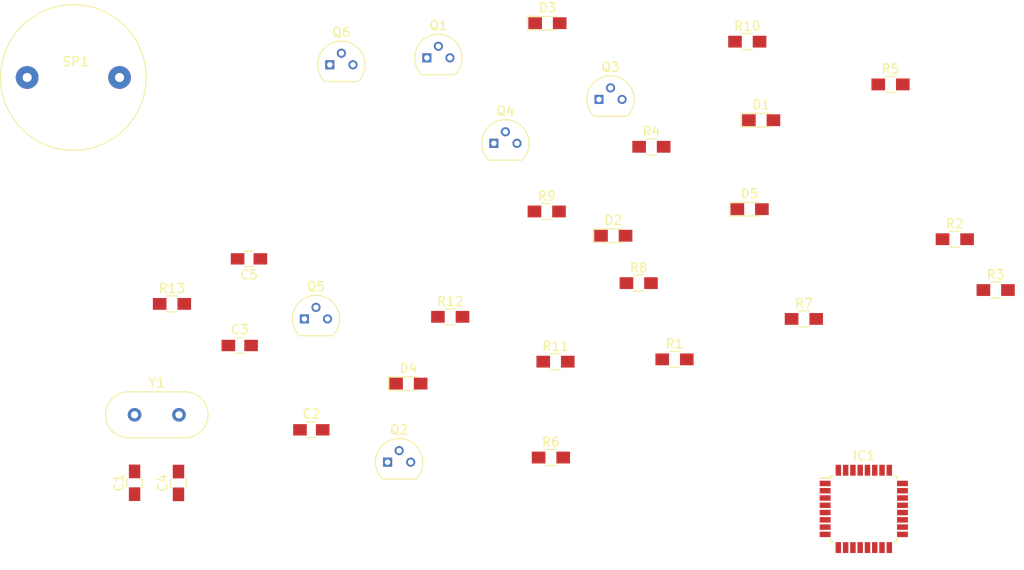
<source format=kicad_pcb>
(kicad_pcb (version 20171130) (host pcbnew "(5.1.0-3-gb9944e2c0)")

  (general
    (thickness 1.6)
    (drawings 0)
    (tracks 0)
    (zones 0)
    (modules 32)
    (nets 24)
  )

  (page A4)
  (layers
    (0 F.Cu signal)
    (31 B.Cu signal)
    (32 B.Adhes user)
    (33 F.Adhes user)
    (34 B.Paste user)
    (35 F.Paste user)
    (36 B.SilkS user)
    (37 F.SilkS user)
    (38 B.Mask user)
    (39 F.Mask user)
    (40 Dwgs.User user)
    (41 Cmts.User user)
    (42 Eco1.User user)
    (43 Eco2.User user)
    (44 Edge.Cuts user)
    (45 Margin user)
    (46 B.CrtYd user)
    (47 F.CrtYd user)
    (48 B.Fab user)
    (49 F.Fab user)
  )

  (setup
    (last_trace_width 0.25)
    (trace_clearance 0.2)
    (zone_clearance 0.508)
    (zone_45_only no)
    (trace_min 0.2)
    (via_size 0.8)
    (via_drill 0.4)
    (via_min_size 0.4)
    (via_min_drill 0.3)
    (uvia_size 0.3)
    (uvia_drill 0.1)
    (uvias_allowed no)
    (uvia_min_size 0.2)
    (uvia_min_drill 0.1)
    (edge_width 0.05)
    (segment_width 0.2)
    (pcb_text_width 0.3)
    (pcb_text_size 1.5 1.5)
    (mod_edge_width 0.12)
    (mod_text_size 1 1)
    (mod_text_width 0.15)
    (pad_size 1.524 1.524)
    (pad_drill 0.762)
    (pad_to_mask_clearance 0.051)
    (solder_mask_min_width 0.25)
    (aux_axis_origin 0 0)
    (visible_elements FFFFFF7F)
    (pcbplotparams
      (layerselection 0x010fc_ffffffff)
      (usegerberextensions false)
      (usegerberattributes false)
      (usegerberadvancedattributes false)
      (creategerberjobfile false)
      (excludeedgelayer true)
      (linewidth 0.100000)
      (plotframeref false)
      (viasonmask false)
      (mode 1)
      (useauxorigin false)
      (hpglpennumber 1)
      (hpglpenspeed 20)
      (hpglpendiameter 15.000000)
      (psnegative false)
      (psa4output false)
      (plotreference true)
      (plotvalue true)
      (plotinvisibletext false)
      (padsonsilk false)
      (subtractmaskfromsilk false)
      (outputformat 1)
      (mirror false)
      (drillshape 1)
      (scaleselection 1)
      (outputdirectory ""))
  )

  (net 0 "")
  (net 1 "Net-(C1-Pad2)")
  (net 2 GND)
  (net 3 +5V)
  (net 4 "Net-(C4-Pad2)")
  (net 5 /Arduino/avr_reset)
  (net 6 "Net-(D1-Pad2)")
  (net 7 "Net-(D1-Pad1)")
  (net 8 "Net-(D2-Pad1)")
  (net 9 "Net-(D2-Pad2)")
  (net 10 "Net-(D3-Pad2)")
  (net 11 "Net-(D3-Pad1)")
  (net 12 "Net-(D4-Pad1)")
  (net 13 "Net-(D4-Pad2)")
  (net 14 "Net-(D5-Pad2)")
  (net 15 "Net-(D5-Pad1)")
  (net 16 "Net-(Q1-Pad2)")
  (net 17 "Net-(Q2-Pad2)")
  (net 18 "Net-(Q3-Pad2)")
  (net 19 "Net-(Q4-Pad2)")
  (net 20 "Net-(Q5-Pad2)")
  (net 21 "Net-(Q6-Pad1)")
  (net 22 "Net-(Q6-Pad2)")
  (net 23 "Net-(R11-Pad2)")

  (net_class Default "This is the default net class."
    (clearance 0.2)
    (trace_width 0.25)
    (via_dia 0.8)
    (via_drill 0.4)
    (uvia_dia 0.3)
    (uvia_drill 0.1)
    (add_net +5V)
    (add_net /Arduino/avr_reset)
    (add_net GND)
    (add_net "Net-(C1-Pad2)")
    (add_net "Net-(C4-Pad2)")
    (add_net "Net-(D1-Pad1)")
    (add_net "Net-(D1-Pad2)")
    (add_net "Net-(D2-Pad1)")
    (add_net "Net-(D2-Pad2)")
    (add_net "Net-(D3-Pad1)")
    (add_net "Net-(D3-Pad2)")
    (add_net "Net-(D4-Pad1)")
    (add_net "Net-(D4-Pad2)")
    (add_net "Net-(D5-Pad1)")
    (add_net "Net-(D5-Pad2)")
    (add_net "Net-(Q1-Pad2)")
    (add_net "Net-(Q2-Pad2)")
    (add_net "Net-(Q3-Pad2)")
    (add_net "Net-(Q4-Pad2)")
    (add_net "Net-(Q5-Pad2)")
    (add_net "Net-(Q6-Pad1)")
    (add_net "Net-(Q6-Pad2)")
    (add_net "Net-(R11-Pad2)")
  )

  (module Capacitors_SMD:C_0805_HandSoldering (layer F.Cu) (tedit 58AA84A8) (tstamp 5C8980CB)
    (at 83.312 109.072999 90)
    (descr "Capacitor SMD 0805, hand soldering")
    (tags "capacitor 0805")
    (path /5C844A15/5C846C24)
    (attr smd)
    (fp_text reference C1 (at 0 -1.75 90) (layer F.SilkS)
      (effects (font (size 1 1) (thickness 0.15)))
    )
    (fp_text value 22pF (at 0 1.75 90) (layer F.Fab)
      (effects (font (size 1 1) (thickness 0.15)))
    )
    (fp_line (start 2.25 0.87) (end -2.25 0.87) (layer F.CrtYd) (width 0.05))
    (fp_line (start 2.25 0.87) (end 2.25 -0.88) (layer F.CrtYd) (width 0.05))
    (fp_line (start -2.25 -0.88) (end -2.25 0.87) (layer F.CrtYd) (width 0.05))
    (fp_line (start -2.25 -0.88) (end 2.25 -0.88) (layer F.CrtYd) (width 0.05))
    (fp_line (start -0.5 0.85) (end 0.5 0.85) (layer F.SilkS) (width 0.12))
    (fp_line (start 0.5 -0.85) (end -0.5 -0.85) (layer F.SilkS) (width 0.12))
    (fp_line (start -1 -0.62) (end 1 -0.62) (layer F.Fab) (width 0.1))
    (fp_line (start 1 -0.62) (end 1 0.62) (layer F.Fab) (width 0.1))
    (fp_line (start 1 0.62) (end -1 0.62) (layer F.Fab) (width 0.1))
    (fp_line (start -1 0.62) (end -1 -0.62) (layer F.Fab) (width 0.1))
    (fp_text user %R (at 0 -1.75 90) (layer F.Fab)
      (effects (font (size 1 1) (thickness 0.15)))
    )
    (pad 2 smd rect (at 1.25 0 90) (size 1.5 1.25) (layers F.Cu F.Paste F.Mask)
      (net 1 "Net-(C1-Pad2)"))
    (pad 1 smd rect (at -1.25 0 90) (size 1.5 1.25) (layers F.Cu F.Paste F.Mask)
      (net 2 GND))
    (model Capacitors_SMD.3dshapes/C_0805.wrl
      (at (xyz 0 0 0))
      (scale (xyz 1 1 1))
      (rotate (xyz 0 0 0))
    )
  )

  (module Capacitors_SMD:C_0805_HandSoldering (layer F.Cu) (tedit 58AA84A8) (tstamp 5C8980DC)
    (at 102.743 103.251)
    (descr "Capacitor SMD 0805, hand soldering")
    (tags "capacitor 0805")
    (path /5C844A15/5C846C9B)
    (attr smd)
    (fp_text reference C2 (at 0 -1.75) (layer F.SilkS)
      (effects (font (size 1 1) (thickness 0.15)))
    )
    (fp_text value 100nF (at 0 1.75) (layer F.Fab)
      (effects (font (size 1 1) (thickness 0.15)))
    )
    (fp_text user %R (at 0 -1.75) (layer F.Fab)
      (effects (font (size 1 1) (thickness 0.15)))
    )
    (fp_line (start -1 0.62) (end -1 -0.62) (layer F.Fab) (width 0.1))
    (fp_line (start 1 0.62) (end -1 0.62) (layer F.Fab) (width 0.1))
    (fp_line (start 1 -0.62) (end 1 0.62) (layer F.Fab) (width 0.1))
    (fp_line (start -1 -0.62) (end 1 -0.62) (layer F.Fab) (width 0.1))
    (fp_line (start 0.5 -0.85) (end -0.5 -0.85) (layer F.SilkS) (width 0.12))
    (fp_line (start -0.5 0.85) (end 0.5 0.85) (layer F.SilkS) (width 0.12))
    (fp_line (start -2.25 -0.88) (end 2.25 -0.88) (layer F.CrtYd) (width 0.05))
    (fp_line (start -2.25 -0.88) (end -2.25 0.87) (layer F.CrtYd) (width 0.05))
    (fp_line (start 2.25 0.87) (end 2.25 -0.88) (layer F.CrtYd) (width 0.05))
    (fp_line (start 2.25 0.87) (end -2.25 0.87) (layer F.CrtYd) (width 0.05))
    (pad 1 smd rect (at -1.25 0) (size 1.5 1.25) (layers F.Cu F.Paste F.Mask)
      (net 2 GND))
    (pad 2 smd rect (at 1.25 0) (size 1.5 1.25) (layers F.Cu F.Paste F.Mask)
      (net 3 +5V))
    (model Capacitors_SMD.3dshapes/C_0805.wrl
      (at (xyz 0 0 0))
      (scale (xyz 1 1 1))
      (rotate (xyz 0 0 0))
    )
  )

  (module Capacitors_SMD:C_0805_HandSoldering (layer F.Cu) (tedit 58AA84A8) (tstamp 5C8980ED)
    (at 94.869 93.98)
    (descr "Capacitor SMD 0805, hand soldering")
    (tags "capacitor 0805")
    (path /5C844A15/5C846CB0)
    (attr smd)
    (fp_text reference C3 (at 0 -1.75) (layer F.SilkS)
      (effects (font (size 1 1) (thickness 0.15)))
    )
    (fp_text value 100nF (at 0 1.75) (layer F.Fab)
      (effects (font (size 1 1) (thickness 0.15)))
    )
    (fp_line (start 2.25 0.87) (end -2.25 0.87) (layer F.CrtYd) (width 0.05))
    (fp_line (start 2.25 0.87) (end 2.25 -0.88) (layer F.CrtYd) (width 0.05))
    (fp_line (start -2.25 -0.88) (end -2.25 0.87) (layer F.CrtYd) (width 0.05))
    (fp_line (start -2.25 -0.88) (end 2.25 -0.88) (layer F.CrtYd) (width 0.05))
    (fp_line (start -0.5 0.85) (end 0.5 0.85) (layer F.SilkS) (width 0.12))
    (fp_line (start 0.5 -0.85) (end -0.5 -0.85) (layer F.SilkS) (width 0.12))
    (fp_line (start -1 -0.62) (end 1 -0.62) (layer F.Fab) (width 0.1))
    (fp_line (start 1 -0.62) (end 1 0.62) (layer F.Fab) (width 0.1))
    (fp_line (start 1 0.62) (end -1 0.62) (layer F.Fab) (width 0.1))
    (fp_line (start -1 0.62) (end -1 -0.62) (layer F.Fab) (width 0.1))
    (fp_text user %R (at 0 -1.75) (layer F.Fab)
      (effects (font (size 1 1) (thickness 0.15)))
    )
    (pad 2 smd rect (at 1.25 0) (size 1.5 1.25) (layers F.Cu F.Paste F.Mask)
      (net 3 +5V))
    (pad 1 smd rect (at -1.25 0) (size 1.5 1.25) (layers F.Cu F.Paste F.Mask)
      (net 2 GND))
    (model Capacitors_SMD.3dshapes/C_0805.wrl
      (at (xyz 0 0 0))
      (scale (xyz 1 1 1))
      (rotate (xyz 0 0 0))
    )
  )

  (module Capacitors_SMD:C_0805_HandSoldering (layer F.Cu) (tedit 58AA84A8) (tstamp 5C8980FE)
    (at 88.138 109.093 90)
    (descr "Capacitor SMD 0805, hand soldering")
    (tags "capacitor 0805")
    (path /5C844A15/5C846C59)
    (attr smd)
    (fp_text reference C4 (at 0 -1.75 90) (layer F.SilkS)
      (effects (font (size 1 1) (thickness 0.15)))
    )
    (fp_text value 22pF (at 0 1.75 90) (layer F.Fab)
      (effects (font (size 1 1) (thickness 0.15)))
    )
    (fp_text user %R (at 0 -1.75 90) (layer F.Fab)
      (effects (font (size 1 1) (thickness 0.15)))
    )
    (fp_line (start -1 0.62) (end -1 -0.62) (layer F.Fab) (width 0.1))
    (fp_line (start 1 0.62) (end -1 0.62) (layer F.Fab) (width 0.1))
    (fp_line (start 1 -0.62) (end 1 0.62) (layer F.Fab) (width 0.1))
    (fp_line (start -1 -0.62) (end 1 -0.62) (layer F.Fab) (width 0.1))
    (fp_line (start 0.5 -0.85) (end -0.5 -0.85) (layer F.SilkS) (width 0.12))
    (fp_line (start -0.5 0.85) (end 0.5 0.85) (layer F.SilkS) (width 0.12))
    (fp_line (start -2.25 -0.88) (end 2.25 -0.88) (layer F.CrtYd) (width 0.05))
    (fp_line (start -2.25 -0.88) (end -2.25 0.87) (layer F.CrtYd) (width 0.05))
    (fp_line (start 2.25 0.87) (end 2.25 -0.88) (layer F.CrtYd) (width 0.05))
    (fp_line (start 2.25 0.87) (end -2.25 0.87) (layer F.CrtYd) (width 0.05))
    (pad 1 smd rect (at -1.25 0 90) (size 1.5 1.25) (layers F.Cu F.Paste F.Mask)
      (net 2 GND))
    (pad 2 smd rect (at 1.25 0 90) (size 1.5 1.25) (layers F.Cu F.Paste F.Mask)
      (net 4 "Net-(C4-Pad2)"))
    (model Capacitors_SMD.3dshapes/C_0805.wrl
      (at (xyz 0 0 0))
      (scale (xyz 1 1 1))
      (rotate (xyz 0 0 0))
    )
  )

  (module Capacitors_SMD:C_0805_HandSoldering (layer F.Cu) (tedit 58AA84A8) (tstamp 5C89810F)
    (at 95.885 84.455 180)
    (descr "Capacitor SMD 0805, hand soldering")
    (tags "capacitor 0805")
    (path /5C844A15/5C846C6F)
    (attr smd)
    (fp_text reference C5 (at 0 -1.75 180) (layer F.SilkS)
      (effects (font (size 1 1) (thickness 0.15)))
    )
    (fp_text value 100nF (at 0 1.75 180) (layer F.Fab)
      (effects (font (size 1 1) (thickness 0.15)))
    )
    (fp_line (start 2.25 0.87) (end -2.25 0.87) (layer F.CrtYd) (width 0.05))
    (fp_line (start 2.25 0.87) (end 2.25 -0.88) (layer F.CrtYd) (width 0.05))
    (fp_line (start -2.25 -0.88) (end -2.25 0.87) (layer F.CrtYd) (width 0.05))
    (fp_line (start -2.25 -0.88) (end 2.25 -0.88) (layer F.CrtYd) (width 0.05))
    (fp_line (start -0.5 0.85) (end 0.5 0.85) (layer F.SilkS) (width 0.12))
    (fp_line (start 0.5 -0.85) (end -0.5 -0.85) (layer F.SilkS) (width 0.12))
    (fp_line (start -1 -0.62) (end 1 -0.62) (layer F.Fab) (width 0.1))
    (fp_line (start 1 -0.62) (end 1 0.62) (layer F.Fab) (width 0.1))
    (fp_line (start 1 0.62) (end -1 0.62) (layer F.Fab) (width 0.1))
    (fp_line (start -1 0.62) (end -1 -0.62) (layer F.Fab) (width 0.1))
    (fp_text user %R (at 0 -1.75 180) (layer F.Fab)
      (effects (font (size 1 1) (thickness 0.15)))
    )
    (pad 2 smd rect (at 1.25 0 180) (size 1.5 1.25) (layers F.Cu F.Paste F.Mask)
      (net 5 /Arduino/avr_reset))
    (pad 1 smd rect (at -1.25 0 180) (size 1.5 1.25) (layers F.Cu F.Paste F.Mask)
      (net 2 GND))
    (model Capacitors_SMD.3dshapes/C_0805.wrl
      (at (xyz 0 0 0))
      (scale (xyz 1 1 1))
      (rotate (xyz 0 0 0))
    )
  )

  (module LEDs:LED_0805_HandSoldering (layer F.Cu) (tedit 595FCA25) (tstamp 5C898124)
    (at 152.193 69.215)
    (descr "Resistor SMD 0805, hand soldering")
    (tags "resistor 0805")
    (path /5C841DFE)
    (attr smd)
    (fp_text reference D1 (at 0 -1.7) (layer F.SilkS)
      (effects (font (size 1 1) (thickness 0.15)))
    )
    (fp_text value LED (at 0 1.75) (layer F.Fab)
      (effects (font (size 1 1) (thickness 0.15)))
    )
    (fp_line (start -2.2 -0.75) (end -2.2 0.75) (layer F.SilkS) (width 0.12))
    (fp_line (start 2.35 0.9) (end -2.35 0.9) (layer F.CrtYd) (width 0.05))
    (fp_line (start 2.35 0.9) (end 2.35 -0.9) (layer F.CrtYd) (width 0.05))
    (fp_line (start -2.35 -0.9) (end -2.35 0.9) (layer F.CrtYd) (width 0.05))
    (fp_line (start -2.35 -0.9) (end 2.35 -0.9) (layer F.CrtYd) (width 0.05))
    (fp_line (start -2.2 -0.75) (end 1 -0.75) (layer F.SilkS) (width 0.12))
    (fp_line (start 1 0.75) (end -2.2 0.75) (layer F.SilkS) (width 0.12))
    (fp_line (start -1 -0.62) (end 1 -0.62) (layer F.Fab) (width 0.1))
    (fp_line (start 1 -0.62) (end 1 0.62) (layer F.Fab) (width 0.1))
    (fp_line (start 1 0.62) (end -1 0.62) (layer F.Fab) (width 0.1))
    (fp_line (start -1 0.62) (end -1 -0.62) (layer F.Fab) (width 0.1))
    (fp_line (start 0.2 -0.4) (end 0.2 0.4) (layer F.Fab) (width 0.1))
    (fp_line (start 0.2 0.4) (end -0.4 0) (layer F.Fab) (width 0.1))
    (fp_line (start -0.4 0) (end 0.2 -0.4) (layer F.Fab) (width 0.1))
    (fp_line (start -0.4 -0.4) (end -0.4 0.4) (layer F.Fab) (width 0.1))
    (pad 2 smd rect (at 1.35 0) (size 1.5 1.3) (layers F.Cu F.Paste F.Mask)
      (net 6 "Net-(D1-Pad2)"))
    (pad 1 smd rect (at -1.35 0) (size 1.5 1.3) (layers F.Cu F.Paste F.Mask)
      (net 7 "Net-(D1-Pad1)"))
    (model ${KISYS3DMOD}/LEDs.3dshapes/LED_0805.wrl
      (at (xyz 0 0 0))
      (scale (xyz 1 1 1))
      (rotate (xyz 0 0 0))
    )
  )

  (module LEDs:LED_0805_HandSoldering (layer F.Cu) (tedit 595FCA25) (tstamp 5C898139)
    (at 135.937 81.915)
    (descr "Resistor SMD 0805, hand soldering")
    (tags "resistor 0805")
    (path /5C842595)
    (attr smd)
    (fp_text reference D2 (at 0 -1.7) (layer F.SilkS)
      (effects (font (size 1 1) (thickness 0.15)))
    )
    (fp_text value LED (at 0 1.75) (layer F.Fab)
      (effects (font (size 1 1) (thickness 0.15)))
    )
    (fp_line (start -0.4 -0.4) (end -0.4 0.4) (layer F.Fab) (width 0.1))
    (fp_line (start -0.4 0) (end 0.2 -0.4) (layer F.Fab) (width 0.1))
    (fp_line (start 0.2 0.4) (end -0.4 0) (layer F.Fab) (width 0.1))
    (fp_line (start 0.2 -0.4) (end 0.2 0.4) (layer F.Fab) (width 0.1))
    (fp_line (start -1 0.62) (end -1 -0.62) (layer F.Fab) (width 0.1))
    (fp_line (start 1 0.62) (end -1 0.62) (layer F.Fab) (width 0.1))
    (fp_line (start 1 -0.62) (end 1 0.62) (layer F.Fab) (width 0.1))
    (fp_line (start -1 -0.62) (end 1 -0.62) (layer F.Fab) (width 0.1))
    (fp_line (start 1 0.75) (end -2.2 0.75) (layer F.SilkS) (width 0.12))
    (fp_line (start -2.2 -0.75) (end 1 -0.75) (layer F.SilkS) (width 0.12))
    (fp_line (start -2.35 -0.9) (end 2.35 -0.9) (layer F.CrtYd) (width 0.05))
    (fp_line (start -2.35 -0.9) (end -2.35 0.9) (layer F.CrtYd) (width 0.05))
    (fp_line (start 2.35 0.9) (end 2.35 -0.9) (layer F.CrtYd) (width 0.05))
    (fp_line (start 2.35 0.9) (end -2.35 0.9) (layer F.CrtYd) (width 0.05))
    (fp_line (start -2.2 -0.75) (end -2.2 0.75) (layer F.SilkS) (width 0.12))
    (pad 1 smd rect (at -1.35 0) (size 1.5 1.3) (layers F.Cu F.Paste F.Mask)
      (net 8 "Net-(D2-Pad1)"))
    (pad 2 smd rect (at 1.35 0) (size 1.5 1.3) (layers F.Cu F.Paste F.Mask)
      (net 9 "Net-(D2-Pad2)"))
    (model ${KISYS3DMOD}/LEDs.3dshapes/LED_0805.wrl
      (at (xyz 0 0 0))
      (scale (xyz 1 1 1))
      (rotate (xyz 0 0 0))
    )
  )

  (module LEDs:LED_0805_HandSoldering (layer F.Cu) (tedit 595FCA25) (tstamp 5C89814E)
    (at 128.698 58.547)
    (descr "Resistor SMD 0805, hand soldering")
    (tags "resistor 0805")
    (path /5C8428F9)
    (attr smd)
    (fp_text reference D3 (at 0 -1.7) (layer F.SilkS)
      (effects (font (size 1 1) (thickness 0.15)))
    )
    (fp_text value LED (at 0 1.75) (layer F.Fab)
      (effects (font (size 1 1) (thickness 0.15)))
    )
    (fp_line (start -2.2 -0.75) (end -2.2 0.75) (layer F.SilkS) (width 0.12))
    (fp_line (start 2.35 0.9) (end -2.35 0.9) (layer F.CrtYd) (width 0.05))
    (fp_line (start 2.35 0.9) (end 2.35 -0.9) (layer F.CrtYd) (width 0.05))
    (fp_line (start -2.35 -0.9) (end -2.35 0.9) (layer F.CrtYd) (width 0.05))
    (fp_line (start -2.35 -0.9) (end 2.35 -0.9) (layer F.CrtYd) (width 0.05))
    (fp_line (start -2.2 -0.75) (end 1 -0.75) (layer F.SilkS) (width 0.12))
    (fp_line (start 1 0.75) (end -2.2 0.75) (layer F.SilkS) (width 0.12))
    (fp_line (start -1 -0.62) (end 1 -0.62) (layer F.Fab) (width 0.1))
    (fp_line (start 1 -0.62) (end 1 0.62) (layer F.Fab) (width 0.1))
    (fp_line (start 1 0.62) (end -1 0.62) (layer F.Fab) (width 0.1))
    (fp_line (start -1 0.62) (end -1 -0.62) (layer F.Fab) (width 0.1))
    (fp_line (start 0.2 -0.4) (end 0.2 0.4) (layer F.Fab) (width 0.1))
    (fp_line (start 0.2 0.4) (end -0.4 0) (layer F.Fab) (width 0.1))
    (fp_line (start -0.4 0) (end 0.2 -0.4) (layer F.Fab) (width 0.1))
    (fp_line (start -0.4 -0.4) (end -0.4 0.4) (layer F.Fab) (width 0.1))
    (pad 2 smd rect (at 1.35 0) (size 1.5 1.3) (layers F.Cu F.Paste F.Mask)
      (net 10 "Net-(D3-Pad2)"))
    (pad 1 smd rect (at -1.35 0) (size 1.5 1.3) (layers F.Cu F.Paste F.Mask)
      (net 11 "Net-(D3-Pad1)"))
    (model ${KISYS3DMOD}/LEDs.3dshapes/LED_0805.wrl
      (at (xyz 0 0 0))
      (scale (xyz 1 1 1))
      (rotate (xyz 0 0 0))
    )
  )

  (module LEDs:LED_0805_HandSoldering (layer F.Cu) (tedit 595FCA25) (tstamp 5C898163)
    (at 113.411 98.171)
    (descr "Resistor SMD 0805, hand soldering")
    (tags "resistor 0805")
    (path /5C842923)
    (attr smd)
    (fp_text reference D4 (at 0 -1.7) (layer F.SilkS)
      (effects (font (size 1 1) (thickness 0.15)))
    )
    (fp_text value LED (at 0 1.75) (layer F.Fab)
      (effects (font (size 1 1) (thickness 0.15)))
    )
    (fp_line (start -0.4 -0.4) (end -0.4 0.4) (layer F.Fab) (width 0.1))
    (fp_line (start -0.4 0) (end 0.2 -0.4) (layer F.Fab) (width 0.1))
    (fp_line (start 0.2 0.4) (end -0.4 0) (layer F.Fab) (width 0.1))
    (fp_line (start 0.2 -0.4) (end 0.2 0.4) (layer F.Fab) (width 0.1))
    (fp_line (start -1 0.62) (end -1 -0.62) (layer F.Fab) (width 0.1))
    (fp_line (start 1 0.62) (end -1 0.62) (layer F.Fab) (width 0.1))
    (fp_line (start 1 -0.62) (end 1 0.62) (layer F.Fab) (width 0.1))
    (fp_line (start -1 -0.62) (end 1 -0.62) (layer F.Fab) (width 0.1))
    (fp_line (start 1 0.75) (end -2.2 0.75) (layer F.SilkS) (width 0.12))
    (fp_line (start -2.2 -0.75) (end 1 -0.75) (layer F.SilkS) (width 0.12))
    (fp_line (start -2.35 -0.9) (end 2.35 -0.9) (layer F.CrtYd) (width 0.05))
    (fp_line (start -2.35 -0.9) (end -2.35 0.9) (layer F.CrtYd) (width 0.05))
    (fp_line (start 2.35 0.9) (end 2.35 -0.9) (layer F.CrtYd) (width 0.05))
    (fp_line (start 2.35 0.9) (end -2.35 0.9) (layer F.CrtYd) (width 0.05))
    (fp_line (start -2.2 -0.75) (end -2.2 0.75) (layer F.SilkS) (width 0.12))
    (pad 1 smd rect (at -1.35 0) (size 1.5 1.3) (layers F.Cu F.Paste F.Mask)
      (net 12 "Net-(D4-Pad1)"))
    (pad 2 smd rect (at 1.35 0) (size 1.5 1.3) (layers F.Cu F.Paste F.Mask)
      (net 13 "Net-(D4-Pad2)"))
    (model ${KISYS3DMOD}/LEDs.3dshapes/LED_0805.wrl
      (at (xyz 0 0 0))
      (scale (xyz 1 1 1))
      (rotate (xyz 0 0 0))
    )
  )

  (module LEDs:LED_0805_HandSoldering (layer F.Cu) (tedit 595FCA25) (tstamp 5C898178)
    (at 150.923 78.994)
    (descr "Resistor SMD 0805, hand soldering")
    (tags "resistor 0805")
    (path /5C842BA5)
    (attr smd)
    (fp_text reference D5 (at 0 -1.7) (layer F.SilkS)
      (effects (font (size 1 1) (thickness 0.15)))
    )
    (fp_text value LED (at 0 1.75) (layer F.Fab)
      (effects (font (size 1 1) (thickness 0.15)))
    )
    (fp_line (start -2.2 -0.75) (end -2.2 0.75) (layer F.SilkS) (width 0.12))
    (fp_line (start 2.35 0.9) (end -2.35 0.9) (layer F.CrtYd) (width 0.05))
    (fp_line (start 2.35 0.9) (end 2.35 -0.9) (layer F.CrtYd) (width 0.05))
    (fp_line (start -2.35 -0.9) (end -2.35 0.9) (layer F.CrtYd) (width 0.05))
    (fp_line (start -2.35 -0.9) (end 2.35 -0.9) (layer F.CrtYd) (width 0.05))
    (fp_line (start -2.2 -0.75) (end 1 -0.75) (layer F.SilkS) (width 0.12))
    (fp_line (start 1 0.75) (end -2.2 0.75) (layer F.SilkS) (width 0.12))
    (fp_line (start -1 -0.62) (end 1 -0.62) (layer F.Fab) (width 0.1))
    (fp_line (start 1 -0.62) (end 1 0.62) (layer F.Fab) (width 0.1))
    (fp_line (start 1 0.62) (end -1 0.62) (layer F.Fab) (width 0.1))
    (fp_line (start -1 0.62) (end -1 -0.62) (layer F.Fab) (width 0.1))
    (fp_line (start 0.2 -0.4) (end 0.2 0.4) (layer F.Fab) (width 0.1))
    (fp_line (start 0.2 0.4) (end -0.4 0) (layer F.Fab) (width 0.1))
    (fp_line (start -0.4 0) (end 0.2 -0.4) (layer F.Fab) (width 0.1))
    (fp_line (start -0.4 -0.4) (end -0.4 0.4) (layer F.Fab) (width 0.1))
    (pad 2 smd rect (at 1.35 0) (size 1.5 1.3) (layers F.Cu F.Paste F.Mask)
      (net 14 "Net-(D5-Pad2)"))
    (pad 1 smd rect (at -1.35 0) (size 1.5 1.3) (layers F.Cu F.Paste F.Mask)
      (net 15 "Net-(D5-Pad1)"))
    (model ${KISYS3DMOD}/LEDs.3dshapes/LED_0805.wrl
      (at (xyz 0 0 0))
      (scale (xyz 1 1 1))
      (rotate (xyz 0 0 0))
    )
  )

  (module Housings_QFP:LQFP-32_7x7mm_Pitch0.8mm (layer F.Cu) (tedit 54130A77) (tstamp 5C8981AF)
    (at 163.481 111.946)
    (descr "LQFP32: plastic low profile quad flat package; 32 leads; body 7 x 7 x 1.4 mm (see NXP sot358-1_po.pdf and sot358-1_fr.pdf)")
    (tags "QFP 0.8")
    (path /5C844A15/5C846C16)
    (attr smd)
    (fp_text reference IC1 (at 0 -5.85) (layer F.SilkS)
      (effects (font (size 1 1) (thickness 0.15)))
    )
    (fp_text value ATMEGA328P (at 0 5.85) (layer F.Fab)
      (effects (font (size 1 1) (thickness 0.15)))
    )
    (fp_line (start -3.625 -3.4) (end -4.85 -3.4) (layer F.SilkS) (width 0.15))
    (fp_line (start 3.625 -3.625) (end 3.325 -3.625) (layer F.SilkS) (width 0.15))
    (fp_line (start 3.625 3.625) (end 3.325 3.625) (layer F.SilkS) (width 0.15))
    (fp_line (start -3.625 3.625) (end -3.325 3.625) (layer F.SilkS) (width 0.15))
    (fp_line (start -3.625 -3.625) (end -3.325 -3.625) (layer F.SilkS) (width 0.15))
    (fp_line (start -3.625 3.625) (end -3.625 3.325) (layer F.SilkS) (width 0.15))
    (fp_line (start 3.625 3.625) (end 3.625 3.325) (layer F.SilkS) (width 0.15))
    (fp_line (start 3.625 -3.625) (end 3.625 -3.325) (layer F.SilkS) (width 0.15))
    (fp_line (start -3.625 -3.625) (end -3.625 -3.4) (layer F.SilkS) (width 0.15))
    (fp_line (start -5.1 5.1) (end 5.1 5.1) (layer F.CrtYd) (width 0.05))
    (fp_line (start -5.1 -5.1) (end 5.1 -5.1) (layer F.CrtYd) (width 0.05))
    (fp_line (start 5.1 -5.1) (end 5.1 5.1) (layer F.CrtYd) (width 0.05))
    (fp_line (start -5.1 -5.1) (end -5.1 5.1) (layer F.CrtYd) (width 0.05))
    (fp_line (start -3.5 -2.5) (end -2.5 -3.5) (layer F.Fab) (width 0.15))
    (fp_line (start -3.5 3.5) (end -3.5 -2.5) (layer F.Fab) (width 0.15))
    (fp_line (start 3.5 3.5) (end -3.5 3.5) (layer F.Fab) (width 0.15))
    (fp_line (start 3.5 -3.5) (end 3.5 3.5) (layer F.Fab) (width 0.15))
    (fp_line (start -2.5 -3.5) (end 3.5 -3.5) (layer F.Fab) (width 0.15))
    (fp_text user %R (at 0 0) (layer F.Fab)
      (effects (font (size 1 1) (thickness 0.15)))
    )
    (pad 32 smd rect (at -2.8 -4.25 90) (size 1.2 0.6) (layers F.Cu F.Paste F.Mask))
    (pad 31 smd rect (at -2 -4.25 90) (size 1.2 0.6) (layers F.Cu F.Paste F.Mask))
    (pad 30 smd rect (at -1.2 -4.25 90) (size 1.2 0.6) (layers F.Cu F.Paste F.Mask))
    (pad 29 smd rect (at -0.4 -4.25 90) (size 1.2 0.6) (layers F.Cu F.Paste F.Mask)
      (net 5 /Arduino/avr_reset))
    (pad 28 smd rect (at 0.4 -4.25 90) (size 1.2 0.6) (layers F.Cu F.Paste F.Mask))
    (pad 27 smd rect (at 1.2 -4.25 90) (size 1.2 0.6) (layers F.Cu F.Paste F.Mask))
    (pad 26 smd rect (at 2 -4.25 90) (size 1.2 0.6) (layers F.Cu F.Paste F.Mask))
    (pad 25 smd rect (at 2.8 -4.25 90) (size 1.2 0.6) (layers F.Cu F.Paste F.Mask))
    (pad 24 smd rect (at 4.25 -2.8) (size 1.2 0.6) (layers F.Cu F.Paste F.Mask))
    (pad 23 smd rect (at 4.25 -2) (size 1.2 0.6) (layers F.Cu F.Paste F.Mask))
    (pad 22 smd rect (at 4.25 -1.2) (size 1.2 0.6) (layers F.Cu F.Paste F.Mask))
    (pad 21 smd rect (at 4.25 -0.4) (size 1.2 0.6) (layers F.Cu F.Paste F.Mask)
      (net 2 GND))
    (pad 20 smd rect (at 4.25 0.4) (size 1.2 0.6) (layers F.Cu F.Paste F.Mask)
      (net 3 +5V))
    (pad 19 smd rect (at 4.25 1.2) (size 1.2 0.6) (layers F.Cu F.Paste F.Mask))
    (pad 18 smd rect (at 4.25 2) (size 1.2 0.6) (layers F.Cu F.Paste F.Mask)
      (net 3 +5V))
    (pad 17 smd rect (at 4.25 2.8) (size 1.2 0.6) (layers F.Cu F.Paste F.Mask))
    (pad 16 smd rect (at 2.8 4.25 90) (size 1.2 0.6) (layers F.Cu F.Paste F.Mask))
    (pad 15 smd rect (at 2 4.25 90) (size 1.2 0.6) (layers F.Cu F.Paste F.Mask))
    (pad 14 smd rect (at 1.2 4.25 90) (size 1.2 0.6) (layers F.Cu F.Paste F.Mask))
    (pad 13 smd rect (at 0.4 4.25 90) (size 1.2 0.6) (layers F.Cu F.Paste F.Mask))
    (pad 12 smd rect (at -0.4 4.25 90) (size 1.2 0.6) (layers F.Cu F.Paste F.Mask))
    (pad 11 smd rect (at -1.2 4.25 90) (size 1.2 0.6) (layers F.Cu F.Paste F.Mask))
    (pad 10 smd rect (at -2 4.25 90) (size 1.2 0.6) (layers F.Cu F.Paste F.Mask))
    (pad 9 smd rect (at -2.8 4.25 90) (size 1.2 0.6) (layers F.Cu F.Paste F.Mask))
    (pad 8 smd rect (at -4.25 2.8) (size 1.2 0.6) (layers F.Cu F.Paste F.Mask)
      (net 4 "Net-(C4-Pad2)"))
    (pad 7 smd rect (at -4.25 2) (size 1.2 0.6) (layers F.Cu F.Paste F.Mask)
      (net 1 "Net-(C1-Pad2)"))
    (pad 6 smd rect (at -4.25 1.2) (size 1.2 0.6) (layers F.Cu F.Paste F.Mask)
      (net 3 +5V))
    (pad 5 smd rect (at -4.25 0.4) (size 1.2 0.6) (layers F.Cu F.Paste F.Mask)
      (net 2 GND))
    (pad 4 smd rect (at -4.25 -0.4) (size 1.2 0.6) (layers F.Cu F.Paste F.Mask)
      (net 3 +5V))
    (pad 3 smd rect (at -4.25 -1.2) (size 1.2 0.6) (layers F.Cu F.Paste F.Mask)
      (net 2 GND))
    (pad 2 smd rect (at -4.25 -2) (size 1.2 0.6) (layers F.Cu F.Paste F.Mask))
    (pad 1 smd rect (at -4.25 -2.8) (size 1.2 0.6) (layers F.Cu F.Paste F.Mask))
    (model ${KISYS3DMOD}/Housings_QFP.3dshapes/LQFP-32_7x7mm_Pitch0.8mm.wrl
      (at (xyz 0 0 0))
      (scale (xyz 1 1 1))
      (rotate (xyz 0 0 0))
    )
  )

  (module TO_SOT_Packages_THT:TO-92_Molded_Narrow (layer F.Cu) (tedit 58CE52AF) (tstamp 5C8981C1)
    (at 115.443 62.357)
    (descr "TO-92 leads molded, narrow, drill 0.6mm (see NXP sot054_po.pdf)")
    (tags "to-92 sc-43 sc-43a sot54 PA33 transistor")
    (path /5C841F1F)
    (fp_text reference Q1 (at 1.27 -3.56) (layer F.SilkS)
      (effects (font (size 1 1) (thickness 0.15)))
    )
    (fp_text value BC547 (at 1.27 2.79) (layer F.Fab)
      (effects (font (size 1 1) (thickness 0.15)))
    )
    (fp_text user %R (at 1.27 -3.56) (layer F.Fab)
      (effects (font (size 1 1) (thickness 0.15)))
    )
    (fp_line (start -0.53 1.85) (end 3.07 1.85) (layer F.SilkS) (width 0.12))
    (fp_line (start -0.5 1.75) (end 3 1.75) (layer F.Fab) (width 0.1))
    (fp_line (start -1.46 -2.73) (end 4 -2.73) (layer F.CrtYd) (width 0.05))
    (fp_line (start -1.46 -2.73) (end -1.46 2.01) (layer F.CrtYd) (width 0.05))
    (fp_line (start 4 2.01) (end 4 -2.73) (layer F.CrtYd) (width 0.05))
    (fp_line (start 4 2.01) (end -1.46 2.01) (layer F.CrtYd) (width 0.05))
    (fp_arc (start 1.27 0) (end 1.27 -2.48) (angle 135) (layer F.Fab) (width 0.1))
    (fp_arc (start 1.27 0) (end 1.27 -2.6) (angle -135) (layer F.SilkS) (width 0.12))
    (fp_arc (start 1.27 0) (end 1.27 -2.48) (angle -135) (layer F.Fab) (width 0.1))
    (fp_arc (start 1.27 0) (end 1.27 -2.6) (angle 135) (layer F.SilkS) (width 0.12))
    (pad 2 thru_hole circle (at 1.27 -1.27 90) (size 1 1) (drill 0.6) (layers *.Cu *.Mask)
      (net 16 "Net-(Q1-Pad2)"))
    (pad 3 thru_hole circle (at 2.54 0 90) (size 1 1) (drill 0.6) (layers *.Cu *.Mask)
      (net 2 GND))
    (pad 1 thru_hole rect (at 0 0 90) (size 1 1) (drill 0.6) (layers *.Cu *.Mask)
      (net 7 "Net-(D1-Pad1)"))
    (model ${KISYS3DMOD}/TO_SOT_Packages_THT.3dshapes/TO-92_Molded_Narrow.wrl
      (offset (xyz 1.269999980926514 0 0))
      (scale (xyz 1 1 1))
      (rotate (xyz 0 0 -90))
    )
  )

  (module TO_SOT_Packages_THT:TO-92_Molded_Narrow (layer F.Cu) (tedit 58CE52AF) (tstamp 5C8981D3)
    (at 111.125 106.807)
    (descr "TO-92 leads molded, narrow, drill 0.6mm (see NXP sot054_po.pdf)")
    (tags "to-92 sc-43 sc-43a sot54 PA33 transistor")
    (path /5C84259B)
    (fp_text reference Q2 (at 1.27 -3.56) (layer F.SilkS)
      (effects (font (size 1 1) (thickness 0.15)))
    )
    (fp_text value BC547 (at 1.27 2.79) (layer F.Fab)
      (effects (font (size 1 1) (thickness 0.15)))
    )
    (fp_arc (start 1.27 0) (end 1.27 -2.6) (angle 135) (layer F.SilkS) (width 0.12))
    (fp_arc (start 1.27 0) (end 1.27 -2.48) (angle -135) (layer F.Fab) (width 0.1))
    (fp_arc (start 1.27 0) (end 1.27 -2.6) (angle -135) (layer F.SilkS) (width 0.12))
    (fp_arc (start 1.27 0) (end 1.27 -2.48) (angle 135) (layer F.Fab) (width 0.1))
    (fp_line (start 4 2.01) (end -1.46 2.01) (layer F.CrtYd) (width 0.05))
    (fp_line (start 4 2.01) (end 4 -2.73) (layer F.CrtYd) (width 0.05))
    (fp_line (start -1.46 -2.73) (end -1.46 2.01) (layer F.CrtYd) (width 0.05))
    (fp_line (start -1.46 -2.73) (end 4 -2.73) (layer F.CrtYd) (width 0.05))
    (fp_line (start -0.5 1.75) (end 3 1.75) (layer F.Fab) (width 0.1))
    (fp_line (start -0.53 1.85) (end 3.07 1.85) (layer F.SilkS) (width 0.12))
    (fp_text user %R (at 1.27 -3.56) (layer F.Fab)
      (effects (font (size 1 1) (thickness 0.15)))
    )
    (pad 1 thru_hole rect (at 0 0 90) (size 1 1) (drill 0.6) (layers *.Cu *.Mask)
      (net 8 "Net-(D2-Pad1)"))
    (pad 3 thru_hole circle (at 2.54 0 90) (size 1 1) (drill 0.6) (layers *.Cu *.Mask)
      (net 2 GND))
    (pad 2 thru_hole circle (at 1.27 -1.27 90) (size 1 1) (drill 0.6) (layers *.Cu *.Mask)
      (net 17 "Net-(Q2-Pad2)"))
    (model ${KISYS3DMOD}/TO_SOT_Packages_THT.3dshapes/TO-92_Molded_Narrow.wrl
      (offset (xyz 1.269999980926514 0 0))
      (scale (xyz 1 1 1))
      (rotate (xyz 0 0 -90))
    )
  )

  (module TO_SOT_Packages_THT:TO-92_Molded_Narrow (layer F.Cu) (tedit 58CE52AF) (tstamp 5C8981E5)
    (at 134.366 66.929)
    (descr "TO-92 leads molded, narrow, drill 0.6mm (see NXP sot054_po.pdf)")
    (tags "to-92 sc-43 sc-43a sot54 PA33 transistor")
    (path /5C8428FF)
    (fp_text reference Q3 (at 1.27 -3.56) (layer F.SilkS)
      (effects (font (size 1 1) (thickness 0.15)))
    )
    (fp_text value BC547 (at 1.27 2.79) (layer F.Fab)
      (effects (font (size 1 1) (thickness 0.15)))
    )
    (fp_text user %R (at 1.27 -3.56) (layer F.Fab)
      (effects (font (size 1 1) (thickness 0.15)))
    )
    (fp_line (start -0.53 1.85) (end 3.07 1.85) (layer F.SilkS) (width 0.12))
    (fp_line (start -0.5 1.75) (end 3 1.75) (layer F.Fab) (width 0.1))
    (fp_line (start -1.46 -2.73) (end 4 -2.73) (layer F.CrtYd) (width 0.05))
    (fp_line (start -1.46 -2.73) (end -1.46 2.01) (layer F.CrtYd) (width 0.05))
    (fp_line (start 4 2.01) (end 4 -2.73) (layer F.CrtYd) (width 0.05))
    (fp_line (start 4 2.01) (end -1.46 2.01) (layer F.CrtYd) (width 0.05))
    (fp_arc (start 1.27 0) (end 1.27 -2.48) (angle 135) (layer F.Fab) (width 0.1))
    (fp_arc (start 1.27 0) (end 1.27 -2.6) (angle -135) (layer F.SilkS) (width 0.12))
    (fp_arc (start 1.27 0) (end 1.27 -2.48) (angle -135) (layer F.Fab) (width 0.1))
    (fp_arc (start 1.27 0) (end 1.27 -2.6) (angle 135) (layer F.SilkS) (width 0.12))
    (pad 2 thru_hole circle (at 1.27 -1.27 90) (size 1 1) (drill 0.6) (layers *.Cu *.Mask)
      (net 18 "Net-(Q3-Pad2)"))
    (pad 3 thru_hole circle (at 2.54 0 90) (size 1 1) (drill 0.6) (layers *.Cu *.Mask)
      (net 2 GND))
    (pad 1 thru_hole rect (at 0 0 90) (size 1 1) (drill 0.6) (layers *.Cu *.Mask)
      (net 11 "Net-(D3-Pad1)"))
    (model ${KISYS3DMOD}/TO_SOT_Packages_THT.3dshapes/TO-92_Molded_Narrow.wrl
      (offset (xyz 1.269999980926514 0 0))
      (scale (xyz 1 1 1))
      (rotate (xyz 0 0 -90))
    )
  )

  (module TO_SOT_Packages_THT:TO-92_Molded_Narrow (layer F.Cu) (tedit 58CE52AF) (tstamp 5C8981F7)
    (at 122.809 71.755)
    (descr "TO-92 leads molded, narrow, drill 0.6mm (see NXP sot054_po.pdf)")
    (tags "to-92 sc-43 sc-43a sot54 PA33 transistor")
    (path /5C842929)
    (fp_text reference Q4 (at 1.27 -3.56) (layer F.SilkS)
      (effects (font (size 1 1) (thickness 0.15)))
    )
    (fp_text value BC547 (at 1.27 2.79) (layer F.Fab)
      (effects (font (size 1 1) (thickness 0.15)))
    )
    (fp_arc (start 1.27 0) (end 1.27 -2.6) (angle 135) (layer F.SilkS) (width 0.12))
    (fp_arc (start 1.27 0) (end 1.27 -2.48) (angle -135) (layer F.Fab) (width 0.1))
    (fp_arc (start 1.27 0) (end 1.27 -2.6) (angle -135) (layer F.SilkS) (width 0.12))
    (fp_arc (start 1.27 0) (end 1.27 -2.48) (angle 135) (layer F.Fab) (width 0.1))
    (fp_line (start 4 2.01) (end -1.46 2.01) (layer F.CrtYd) (width 0.05))
    (fp_line (start 4 2.01) (end 4 -2.73) (layer F.CrtYd) (width 0.05))
    (fp_line (start -1.46 -2.73) (end -1.46 2.01) (layer F.CrtYd) (width 0.05))
    (fp_line (start -1.46 -2.73) (end 4 -2.73) (layer F.CrtYd) (width 0.05))
    (fp_line (start -0.5 1.75) (end 3 1.75) (layer F.Fab) (width 0.1))
    (fp_line (start -0.53 1.85) (end 3.07 1.85) (layer F.SilkS) (width 0.12))
    (fp_text user %R (at 1.27 -3.56) (layer F.Fab)
      (effects (font (size 1 1) (thickness 0.15)))
    )
    (pad 1 thru_hole rect (at 0 0 90) (size 1 1) (drill 0.6) (layers *.Cu *.Mask)
      (net 12 "Net-(D4-Pad1)"))
    (pad 3 thru_hole circle (at 2.54 0 90) (size 1 1) (drill 0.6) (layers *.Cu *.Mask)
      (net 2 GND))
    (pad 2 thru_hole circle (at 1.27 -1.27 90) (size 1 1) (drill 0.6) (layers *.Cu *.Mask)
      (net 19 "Net-(Q4-Pad2)"))
    (model ${KISYS3DMOD}/TO_SOT_Packages_THT.3dshapes/TO-92_Molded_Narrow.wrl
      (offset (xyz 1.269999980926514 0 0))
      (scale (xyz 1 1 1))
      (rotate (xyz 0 0 -90))
    )
  )

  (module TO_SOT_Packages_THT:TO-92_Molded_Narrow (layer F.Cu) (tedit 58CE52AF) (tstamp 5C898209)
    (at 101.981 91.059)
    (descr "TO-92 leads molded, narrow, drill 0.6mm (see NXP sot054_po.pdf)")
    (tags "to-92 sc-43 sc-43a sot54 PA33 transistor")
    (path /5C842BAB)
    (fp_text reference Q5 (at 1.27 -3.56) (layer F.SilkS)
      (effects (font (size 1 1) (thickness 0.15)))
    )
    (fp_text value BC547 (at 1.27 2.79) (layer F.Fab)
      (effects (font (size 1 1) (thickness 0.15)))
    )
    (fp_text user %R (at 1.27 -3.56) (layer F.Fab)
      (effects (font (size 1 1) (thickness 0.15)))
    )
    (fp_line (start -0.53 1.85) (end 3.07 1.85) (layer F.SilkS) (width 0.12))
    (fp_line (start -0.5 1.75) (end 3 1.75) (layer F.Fab) (width 0.1))
    (fp_line (start -1.46 -2.73) (end 4 -2.73) (layer F.CrtYd) (width 0.05))
    (fp_line (start -1.46 -2.73) (end -1.46 2.01) (layer F.CrtYd) (width 0.05))
    (fp_line (start 4 2.01) (end 4 -2.73) (layer F.CrtYd) (width 0.05))
    (fp_line (start 4 2.01) (end -1.46 2.01) (layer F.CrtYd) (width 0.05))
    (fp_arc (start 1.27 0) (end 1.27 -2.48) (angle 135) (layer F.Fab) (width 0.1))
    (fp_arc (start 1.27 0) (end 1.27 -2.6) (angle -135) (layer F.SilkS) (width 0.12))
    (fp_arc (start 1.27 0) (end 1.27 -2.48) (angle -135) (layer F.Fab) (width 0.1))
    (fp_arc (start 1.27 0) (end 1.27 -2.6) (angle 135) (layer F.SilkS) (width 0.12))
    (pad 2 thru_hole circle (at 1.27 -1.27 90) (size 1 1) (drill 0.6) (layers *.Cu *.Mask)
      (net 20 "Net-(Q5-Pad2)"))
    (pad 3 thru_hole circle (at 2.54 0 90) (size 1 1) (drill 0.6) (layers *.Cu *.Mask)
      (net 2 GND))
    (pad 1 thru_hole rect (at 0 0 90) (size 1 1) (drill 0.6) (layers *.Cu *.Mask)
      (net 15 "Net-(D5-Pad1)"))
    (model ${KISYS3DMOD}/TO_SOT_Packages_THT.3dshapes/TO-92_Molded_Narrow.wrl
      (offset (xyz 1.269999980926514 0 0))
      (scale (xyz 1 1 1))
      (rotate (xyz 0 0 -90))
    )
  )

  (module TO_SOT_Packages_THT:TO-92_Molded_Narrow (layer F.Cu) (tedit 58CE52AF) (tstamp 5C89821B)
    (at 104.775 63.119)
    (descr "TO-92 leads molded, narrow, drill 0.6mm (see NXP sot054_po.pdf)")
    (tags "to-92 sc-43 sc-43a sot54 PA33 transistor")
    (path /5C843441)
    (fp_text reference Q6 (at 1.27 -3.56) (layer F.SilkS)
      (effects (font (size 1 1) (thickness 0.15)))
    )
    (fp_text value BC547 (at 1.27 2.79) (layer F.Fab)
      (effects (font (size 1 1) (thickness 0.15)))
    )
    (fp_arc (start 1.27 0) (end 1.27 -2.6) (angle 135) (layer F.SilkS) (width 0.12))
    (fp_arc (start 1.27 0) (end 1.27 -2.48) (angle -135) (layer F.Fab) (width 0.1))
    (fp_arc (start 1.27 0) (end 1.27 -2.6) (angle -135) (layer F.SilkS) (width 0.12))
    (fp_arc (start 1.27 0) (end 1.27 -2.48) (angle 135) (layer F.Fab) (width 0.1))
    (fp_line (start 4 2.01) (end -1.46 2.01) (layer F.CrtYd) (width 0.05))
    (fp_line (start 4 2.01) (end 4 -2.73) (layer F.CrtYd) (width 0.05))
    (fp_line (start -1.46 -2.73) (end -1.46 2.01) (layer F.CrtYd) (width 0.05))
    (fp_line (start -1.46 -2.73) (end 4 -2.73) (layer F.CrtYd) (width 0.05))
    (fp_line (start -0.5 1.75) (end 3 1.75) (layer F.Fab) (width 0.1))
    (fp_line (start -0.53 1.85) (end 3.07 1.85) (layer F.SilkS) (width 0.12))
    (fp_text user %R (at 1.27 -3.56) (layer F.Fab)
      (effects (font (size 1 1) (thickness 0.15)))
    )
    (pad 1 thru_hole rect (at 0 0 90) (size 1 1) (drill 0.6) (layers *.Cu *.Mask)
      (net 21 "Net-(Q6-Pad1)"))
    (pad 3 thru_hole circle (at 2.54 0 90) (size 1 1) (drill 0.6) (layers *.Cu *.Mask)
      (net 2 GND))
    (pad 2 thru_hole circle (at 1.27 -1.27 90) (size 1 1) (drill 0.6) (layers *.Cu *.Mask)
      (net 22 "Net-(Q6-Pad2)"))
    (model ${KISYS3DMOD}/TO_SOT_Packages_THT.3dshapes/TO-92_Molded_Narrow.wrl
      (offset (xyz 1.269999980926514 0 0))
      (scale (xyz 1 1 1))
      (rotate (xyz 0 0 -90))
    )
  )

  (module Resistors_SMD:R_0805_HandSoldering (layer F.Cu) (tedit 58E0A804) (tstamp 5C89822C)
    (at 142.668 95.504)
    (descr "Resistor SMD 0805, hand soldering")
    (tags "resistor 0805")
    (path /5C842228)
    (attr smd)
    (fp_text reference R1 (at 0 -1.7) (layer F.SilkS)
      (effects (font (size 1 1) (thickness 0.15)))
    )
    (fp_text value R_Small (at 0 1.75) (layer F.Fab)
      (effects (font (size 1 1) (thickness 0.15)))
    )
    (fp_line (start 2.35 0.9) (end -2.35 0.9) (layer F.CrtYd) (width 0.05))
    (fp_line (start 2.35 0.9) (end 2.35 -0.9) (layer F.CrtYd) (width 0.05))
    (fp_line (start -2.35 -0.9) (end -2.35 0.9) (layer F.CrtYd) (width 0.05))
    (fp_line (start -2.35 -0.9) (end 2.35 -0.9) (layer F.CrtYd) (width 0.05))
    (fp_line (start -0.6 -0.88) (end 0.6 -0.88) (layer F.SilkS) (width 0.12))
    (fp_line (start 0.6 0.88) (end -0.6 0.88) (layer F.SilkS) (width 0.12))
    (fp_line (start -1 -0.62) (end 1 -0.62) (layer F.Fab) (width 0.1))
    (fp_line (start 1 -0.62) (end 1 0.62) (layer F.Fab) (width 0.1))
    (fp_line (start 1 0.62) (end -1 0.62) (layer F.Fab) (width 0.1))
    (fp_line (start -1 0.62) (end -1 -0.62) (layer F.Fab) (width 0.1))
    (fp_text user %R (at 0 0) (layer F.Fab)
      (effects (font (size 0.5 0.5) (thickness 0.075)))
    )
    (pad 2 smd rect (at 1.35 0) (size 1.5 1.3) (layers F.Cu F.Paste F.Mask)
      (net 6 "Net-(D1-Pad2)"))
    (pad 1 smd rect (at -1.35 0) (size 1.5 1.3) (layers F.Cu F.Paste F.Mask)
      (net 3 +5V))
    (model ${KISYS3DMOD}/Resistors_SMD.3dshapes/R_0805.wrl
      (at (xyz 0 0 0))
      (scale (xyz 1 1 1))
      (rotate (xyz 0 0 0))
    )
  )

  (module Resistors_SMD:R_0805_HandSoldering (layer F.Cu) (tedit 58E0A804) (tstamp 5C89823D)
    (at 173.482 82.296)
    (descr "Resistor SMD 0805, hand soldering")
    (tags "resistor 0805")
    (path /5C8425A7)
    (attr smd)
    (fp_text reference R2 (at 0 -1.7) (layer F.SilkS)
      (effects (font (size 1 1) (thickness 0.15)))
    )
    (fp_text value R_Small (at 0 1.75) (layer F.Fab)
      (effects (font (size 1 1) (thickness 0.15)))
    )
    (fp_line (start 2.35 0.9) (end -2.35 0.9) (layer F.CrtYd) (width 0.05))
    (fp_line (start 2.35 0.9) (end 2.35 -0.9) (layer F.CrtYd) (width 0.05))
    (fp_line (start -2.35 -0.9) (end -2.35 0.9) (layer F.CrtYd) (width 0.05))
    (fp_line (start -2.35 -0.9) (end 2.35 -0.9) (layer F.CrtYd) (width 0.05))
    (fp_line (start -0.6 -0.88) (end 0.6 -0.88) (layer F.SilkS) (width 0.12))
    (fp_line (start 0.6 0.88) (end -0.6 0.88) (layer F.SilkS) (width 0.12))
    (fp_line (start -1 -0.62) (end 1 -0.62) (layer F.Fab) (width 0.1))
    (fp_line (start 1 -0.62) (end 1 0.62) (layer F.Fab) (width 0.1))
    (fp_line (start 1 0.62) (end -1 0.62) (layer F.Fab) (width 0.1))
    (fp_line (start -1 0.62) (end -1 -0.62) (layer F.Fab) (width 0.1))
    (fp_text user %R (at 0 0) (layer F.Fab)
      (effects (font (size 0.5 0.5) (thickness 0.075)))
    )
    (pad 2 smd rect (at 1.35 0) (size 1.5 1.3) (layers F.Cu F.Paste F.Mask)
      (net 9 "Net-(D2-Pad2)"))
    (pad 1 smd rect (at -1.35 0) (size 1.5 1.3) (layers F.Cu F.Paste F.Mask)
      (net 3 +5V))
    (model ${KISYS3DMOD}/Resistors_SMD.3dshapes/R_0805.wrl
      (at (xyz 0 0 0))
      (scale (xyz 1 1 1))
      (rotate (xyz 0 0 0))
    )
  )

  (module Resistors_SMD:R_0805_HandSoldering (layer F.Cu) (tedit 58E0A804) (tstamp 5C89824E)
    (at 177.974 87.884)
    (descr "Resistor SMD 0805, hand soldering")
    (tags "resistor 0805")
    (path /5C84290B)
    (attr smd)
    (fp_text reference R3 (at 0 -1.7) (layer F.SilkS)
      (effects (font (size 1 1) (thickness 0.15)))
    )
    (fp_text value R_Small (at 0 1.75) (layer F.Fab)
      (effects (font (size 1 1) (thickness 0.15)))
    )
    (fp_line (start 2.35 0.9) (end -2.35 0.9) (layer F.CrtYd) (width 0.05))
    (fp_line (start 2.35 0.9) (end 2.35 -0.9) (layer F.CrtYd) (width 0.05))
    (fp_line (start -2.35 -0.9) (end -2.35 0.9) (layer F.CrtYd) (width 0.05))
    (fp_line (start -2.35 -0.9) (end 2.35 -0.9) (layer F.CrtYd) (width 0.05))
    (fp_line (start -0.6 -0.88) (end 0.6 -0.88) (layer F.SilkS) (width 0.12))
    (fp_line (start 0.6 0.88) (end -0.6 0.88) (layer F.SilkS) (width 0.12))
    (fp_line (start -1 -0.62) (end 1 -0.62) (layer F.Fab) (width 0.1))
    (fp_line (start 1 -0.62) (end 1 0.62) (layer F.Fab) (width 0.1))
    (fp_line (start 1 0.62) (end -1 0.62) (layer F.Fab) (width 0.1))
    (fp_line (start -1 0.62) (end -1 -0.62) (layer F.Fab) (width 0.1))
    (fp_text user %R (at 0 0) (layer F.Fab)
      (effects (font (size 0.5 0.5) (thickness 0.075)))
    )
    (pad 2 smd rect (at 1.35 0) (size 1.5 1.3) (layers F.Cu F.Paste F.Mask)
      (net 10 "Net-(D3-Pad2)"))
    (pad 1 smd rect (at -1.35 0) (size 1.5 1.3) (layers F.Cu F.Paste F.Mask)
      (net 3 +5V))
    (model ${KISYS3DMOD}/Resistors_SMD.3dshapes/R_0805.wrl
      (at (xyz 0 0 0))
      (scale (xyz 1 1 1))
      (rotate (xyz 0 0 0))
    )
  )

  (module Resistors_SMD:R_0805_HandSoldering (layer F.Cu) (tedit 58E0A804) (tstamp 5C89825F)
    (at 140.128 72.136)
    (descr "Resistor SMD 0805, hand soldering")
    (tags "resistor 0805")
    (path /5C842935)
    (attr smd)
    (fp_text reference R4 (at 0 -1.7) (layer F.SilkS)
      (effects (font (size 1 1) (thickness 0.15)))
    )
    (fp_text value R_Small (at 0 1.75) (layer F.Fab)
      (effects (font (size 1 1) (thickness 0.15)))
    )
    (fp_line (start 2.35 0.9) (end -2.35 0.9) (layer F.CrtYd) (width 0.05))
    (fp_line (start 2.35 0.9) (end 2.35 -0.9) (layer F.CrtYd) (width 0.05))
    (fp_line (start -2.35 -0.9) (end -2.35 0.9) (layer F.CrtYd) (width 0.05))
    (fp_line (start -2.35 -0.9) (end 2.35 -0.9) (layer F.CrtYd) (width 0.05))
    (fp_line (start -0.6 -0.88) (end 0.6 -0.88) (layer F.SilkS) (width 0.12))
    (fp_line (start 0.6 0.88) (end -0.6 0.88) (layer F.SilkS) (width 0.12))
    (fp_line (start -1 -0.62) (end 1 -0.62) (layer F.Fab) (width 0.1))
    (fp_line (start 1 -0.62) (end 1 0.62) (layer F.Fab) (width 0.1))
    (fp_line (start 1 0.62) (end -1 0.62) (layer F.Fab) (width 0.1))
    (fp_line (start -1 0.62) (end -1 -0.62) (layer F.Fab) (width 0.1))
    (fp_text user %R (at 0 0) (layer F.Fab)
      (effects (font (size 0.5 0.5) (thickness 0.075)))
    )
    (pad 2 smd rect (at 1.35 0) (size 1.5 1.3) (layers F.Cu F.Paste F.Mask)
      (net 13 "Net-(D4-Pad2)"))
    (pad 1 smd rect (at -1.35 0) (size 1.5 1.3) (layers F.Cu F.Paste F.Mask)
      (net 3 +5V))
    (model ${KISYS3DMOD}/Resistors_SMD.3dshapes/R_0805.wrl
      (at (xyz 0 0 0))
      (scale (xyz 1 1 1))
      (rotate (xyz 0 0 0))
    )
  )

  (module Resistors_SMD:R_0805_HandSoldering (layer F.Cu) (tedit 58E0A804) (tstamp 5C898270)
    (at 166.417 65.278)
    (descr "Resistor SMD 0805, hand soldering")
    (tags "resistor 0805")
    (path /5C842BB7)
    (attr smd)
    (fp_text reference R5 (at 0 -1.7) (layer F.SilkS)
      (effects (font (size 1 1) (thickness 0.15)))
    )
    (fp_text value R_Small (at 0 1.75) (layer F.Fab)
      (effects (font (size 1 1) (thickness 0.15)))
    )
    (fp_text user %R (at 0 0) (layer F.Fab)
      (effects (font (size 0.5 0.5) (thickness 0.075)))
    )
    (fp_line (start -1 0.62) (end -1 -0.62) (layer F.Fab) (width 0.1))
    (fp_line (start 1 0.62) (end -1 0.62) (layer F.Fab) (width 0.1))
    (fp_line (start 1 -0.62) (end 1 0.62) (layer F.Fab) (width 0.1))
    (fp_line (start -1 -0.62) (end 1 -0.62) (layer F.Fab) (width 0.1))
    (fp_line (start 0.6 0.88) (end -0.6 0.88) (layer F.SilkS) (width 0.12))
    (fp_line (start -0.6 -0.88) (end 0.6 -0.88) (layer F.SilkS) (width 0.12))
    (fp_line (start -2.35 -0.9) (end 2.35 -0.9) (layer F.CrtYd) (width 0.05))
    (fp_line (start -2.35 -0.9) (end -2.35 0.9) (layer F.CrtYd) (width 0.05))
    (fp_line (start 2.35 0.9) (end 2.35 -0.9) (layer F.CrtYd) (width 0.05))
    (fp_line (start 2.35 0.9) (end -2.35 0.9) (layer F.CrtYd) (width 0.05))
    (pad 1 smd rect (at -1.35 0) (size 1.5 1.3) (layers F.Cu F.Paste F.Mask)
      (net 3 +5V))
    (pad 2 smd rect (at 1.35 0) (size 1.5 1.3) (layers F.Cu F.Paste F.Mask)
      (net 14 "Net-(D5-Pad2)"))
    (model ${KISYS3DMOD}/Resistors_SMD.3dshapes/R_0805.wrl
      (at (xyz 0 0 0))
      (scale (xyz 1 1 1))
      (rotate (xyz 0 0 0))
    )
  )

  (module Resistors_SMD:R_0805_HandSoldering (layer F.Cu) (tedit 58E0A804) (tstamp 5C898F4D)
    (at 129.079 106.299)
    (descr "Resistor SMD 0805, hand soldering")
    (tags "resistor 0805")
    (path /5C842053)
    (attr smd)
    (fp_text reference R6 (at 0 -1.7) (layer F.SilkS)
      (effects (font (size 1 1) (thickness 0.15)))
    )
    (fp_text value R_Small (at 0 1.75) (layer F.Fab)
      (effects (font (size 1 1) (thickness 0.15)))
    )
    (fp_line (start 2.35 0.9) (end -2.35 0.9) (layer F.CrtYd) (width 0.05))
    (fp_line (start 2.35 0.9) (end 2.35 -0.9) (layer F.CrtYd) (width 0.05))
    (fp_line (start -2.35 -0.9) (end -2.35 0.9) (layer F.CrtYd) (width 0.05))
    (fp_line (start -2.35 -0.9) (end 2.35 -0.9) (layer F.CrtYd) (width 0.05))
    (fp_line (start -0.6 -0.88) (end 0.6 -0.88) (layer F.SilkS) (width 0.12))
    (fp_line (start 0.6 0.88) (end -0.6 0.88) (layer F.SilkS) (width 0.12))
    (fp_line (start -1 -0.62) (end 1 -0.62) (layer F.Fab) (width 0.1))
    (fp_line (start 1 -0.62) (end 1 0.62) (layer F.Fab) (width 0.1))
    (fp_line (start 1 0.62) (end -1 0.62) (layer F.Fab) (width 0.1))
    (fp_line (start -1 0.62) (end -1 -0.62) (layer F.Fab) (width 0.1))
    (fp_text user %R (at 0 0) (layer F.Fab)
      (effects (font (size 0.5 0.5) (thickness 0.075)))
    )
    (pad 2 smd rect (at 1.35 0) (size 1.5 1.3) (layers F.Cu F.Paste F.Mask)
      (net 16 "Net-(Q1-Pad2)"))
    (pad 1 smd rect (at -1.35 0) (size 1.5 1.3) (layers F.Cu F.Paste F.Mask))
    (model ${KISYS3DMOD}/Resistors_SMD.3dshapes/R_0805.wrl
      (at (xyz 0 0 0))
      (scale (xyz 1 1 1))
      (rotate (xyz 0 0 0))
    )
  )

  (module Resistors_SMD:R_0805_HandSoldering (layer F.Cu) (tedit 58E0A804) (tstamp 5C898292)
    (at 156.892 91.059)
    (descr "Resistor SMD 0805, hand soldering")
    (tags "resistor 0805")
    (path /5C8425A1)
    (attr smd)
    (fp_text reference R7 (at 0 -1.7) (layer F.SilkS)
      (effects (font (size 1 1) (thickness 0.15)))
    )
    (fp_text value R_Small (at 0 1.75) (layer F.Fab)
      (effects (font (size 1 1) (thickness 0.15)))
    )
    (fp_text user %R (at 0 0) (layer F.Fab)
      (effects (font (size 0.5 0.5) (thickness 0.075)))
    )
    (fp_line (start -1 0.62) (end -1 -0.62) (layer F.Fab) (width 0.1))
    (fp_line (start 1 0.62) (end -1 0.62) (layer F.Fab) (width 0.1))
    (fp_line (start 1 -0.62) (end 1 0.62) (layer F.Fab) (width 0.1))
    (fp_line (start -1 -0.62) (end 1 -0.62) (layer F.Fab) (width 0.1))
    (fp_line (start 0.6 0.88) (end -0.6 0.88) (layer F.SilkS) (width 0.12))
    (fp_line (start -0.6 -0.88) (end 0.6 -0.88) (layer F.SilkS) (width 0.12))
    (fp_line (start -2.35 -0.9) (end 2.35 -0.9) (layer F.CrtYd) (width 0.05))
    (fp_line (start -2.35 -0.9) (end -2.35 0.9) (layer F.CrtYd) (width 0.05))
    (fp_line (start 2.35 0.9) (end 2.35 -0.9) (layer F.CrtYd) (width 0.05))
    (fp_line (start 2.35 0.9) (end -2.35 0.9) (layer F.CrtYd) (width 0.05))
    (pad 1 smd rect (at -1.35 0) (size 1.5 1.3) (layers F.Cu F.Paste F.Mask))
    (pad 2 smd rect (at 1.35 0) (size 1.5 1.3) (layers F.Cu F.Paste F.Mask)
      (net 17 "Net-(Q2-Pad2)"))
    (model ${KISYS3DMOD}/Resistors_SMD.3dshapes/R_0805.wrl
      (at (xyz 0 0 0))
      (scale (xyz 1 1 1))
      (rotate (xyz 0 0 0))
    )
  )

  (module Resistors_SMD:R_0805_HandSoldering (layer F.Cu) (tedit 58E0A804) (tstamp 5C8982A3)
    (at 138.731 87.122)
    (descr "Resistor SMD 0805, hand soldering")
    (tags "resistor 0805")
    (path /5C842905)
    (attr smd)
    (fp_text reference R8 (at 0 -1.7) (layer F.SilkS)
      (effects (font (size 1 1) (thickness 0.15)))
    )
    (fp_text value R_Small (at 0 1.75) (layer F.Fab)
      (effects (font (size 1 1) (thickness 0.15)))
    )
    (fp_text user %R (at 0 0) (layer F.Fab)
      (effects (font (size 0.5 0.5) (thickness 0.075)))
    )
    (fp_line (start -1 0.62) (end -1 -0.62) (layer F.Fab) (width 0.1))
    (fp_line (start 1 0.62) (end -1 0.62) (layer F.Fab) (width 0.1))
    (fp_line (start 1 -0.62) (end 1 0.62) (layer F.Fab) (width 0.1))
    (fp_line (start -1 -0.62) (end 1 -0.62) (layer F.Fab) (width 0.1))
    (fp_line (start 0.6 0.88) (end -0.6 0.88) (layer F.SilkS) (width 0.12))
    (fp_line (start -0.6 -0.88) (end 0.6 -0.88) (layer F.SilkS) (width 0.12))
    (fp_line (start -2.35 -0.9) (end 2.35 -0.9) (layer F.CrtYd) (width 0.05))
    (fp_line (start -2.35 -0.9) (end -2.35 0.9) (layer F.CrtYd) (width 0.05))
    (fp_line (start 2.35 0.9) (end 2.35 -0.9) (layer F.CrtYd) (width 0.05))
    (fp_line (start 2.35 0.9) (end -2.35 0.9) (layer F.CrtYd) (width 0.05))
    (pad 1 smd rect (at -1.35 0) (size 1.5 1.3) (layers F.Cu F.Paste F.Mask))
    (pad 2 smd rect (at 1.35 0) (size 1.5 1.3) (layers F.Cu F.Paste F.Mask)
      (net 18 "Net-(Q3-Pad2)"))
    (model ${KISYS3DMOD}/Resistors_SMD.3dshapes/R_0805.wrl
      (at (xyz 0 0 0))
      (scale (xyz 1 1 1))
      (rotate (xyz 0 0 0))
    )
  )

  (module Resistors_SMD:R_0805_HandSoldering (layer F.Cu) (tedit 58E0A804) (tstamp 5C8982B4)
    (at 128.621001 79.247001)
    (descr "Resistor SMD 0805, hand soldering")
    (tags "resistor 0805")
    (path /5C84292F)
    (attr smd)
    (fp_text reference R9 (at 0 -1.7) (layer F.SilkS)
      (effects (font (size 1 1) (thickness 0.15)))
    )
    (fp_text value R_Small (at 0 1.75) (layer F.Fab)
      (effects (font (size 1 1) (thickness 0.15)))
    )
    (fp_text user %R (at 0 0) (layer F.Fab)
      (effects (font (size 0.5 0.5) (thickness 0.075)))
    )
    (fp_line (start -1 0.62) (end -1 -0.62) (layer F.Fab) (width 0.1))
    (fp_line (start 1 0.62) (end -1 0.62) (layer F.Fab) (width 0.1))
    (fp_line (start 1 -0.62) (end 1 0.62) (layer F.Fab) (width 0.1))
    (fp_line (start -1 -0.62) (end 1 -0.62) (layer F.Fab) (width 0.1))
    (fp_line (start 0.6 0.88) (end -0.6 0.88) (layer F.SilkS) (width 0.12))
    (fp_line (start -0.6 -0.88) (end 0.6 -0.88) (layer F.SilkS) (width 0.12))
    (fp_line (start -2.35 -0.9) (end 2.35 -0.9) (layer F.CrtYd) (width 0.05))
    (fp_line (start -2.35 -0.9) (end -2.35 0.9) (layer F.CrtYd) (width 0.05))
    (fp_line (start 2.35 0.9) (end 2.35 -0.9) (layer F.CrtYd) (width 0.05))
    (fp_line (start 2.35 0.9) (end -2.35 0.9) (layer F.CrtYd) (width 0.05))
    (pad 1 smd rect (at -1.35 0) (size 1.5 1.3) (layers F.Cu F.Paste F.Mask))
    (pad 2 smd rect (at 1.35 0) (size 1.5 1.3) (layers F.Cu F.Paste F.Mask)
      (net 19 "Net-(Q4-Pad2)"))
    (model ${KISYS3DMOD}/Resistors_SMD.3dshapes/R_0805.wrl
      (at (xyz 0 0 0))
      (scale (xyz 1 1 1))
      (rotate (xyz 0 0 0))
    )
  )

  (module Resistors_SMD:R_0805_HandSoldering (layer F.Cu) (tedit 58E0A804) (tstamp 5C8982C5)
    (at 150.669 60.579)
    (descr "Resistor SMD 0805, hand soldering")
    (tags "resistor 0805")
    (path /5C842BB1)
    (attr smd)
    (fp_text reference R10 (at 0 -1.7) (layer F.SilkS)
      (effects (font (size 1 1) (thickness 0.15)))
    )
    (fp_text value R_Small (at 0 1.75) (layer F.Fab)
      (effects (font (size 1 1) (thickness 0.15)))
    )
    (fp_text user %R (at 0 0) (layer F.Fab)
      (effects (font (size 0.5 0.5) (thickness 0.075)))
    )
    (fp_line (start -1 0.62) (end -1 -0.62) (layer F.Fab) (width 0.1))
    (fp_line (start 1 0.62) (end -1 0.62) (layer F.Fab) (width 0.1))
    (fp_line (start 1 -0.62) (end 1 0.62) (layer F.Fab) (width 0.1))
    (fp_line (start -1 -0.62) (end 1 -0.62) (layer F.Fab) (width 0.1))
    (fp_line (start 0.6 0.88) (end -0.6 0.88) (layer F.SilkS) (width 0.12))
    (fp_line (start -0.6 -0.88) (end 0.6 -0.88) (layer F.SilkS) (width 0.12))
    (fp_line (start -2.35 -0.9) (end 2.35 -0.9) (layer F.CrtYd) (width 0.05))
    (fp_line (start -2.35 -0.9) (end -2.35 0.9) (layer F.CrtYd) (width 0.05))
    (fp_line (start 2.35 0.9) (end 2.35 -0.9) (layer F.CrtYd) (width 0.05))
    (fp_line (start 2.35 0.9) (end -2.35 0.9) (layer F.CrtYd) (width 0.05))
    (pad 1 smd rect (at -1.35 0) (size 1.5 1.3) (layers F.Cu F.Paste F.Mask))
    (pad 2 smd rect (at 1.35 0) (size 1.5 1.3) (layers F.Cu F.Paste F.Mask)
      (net 20 "Net-(Q5-Pad2)"))
    (model ${KISYS3DMOD}/Resistors_SMD.3dshapes/R_0805.wrl
      (at (xyz 0 0 0))
      (scale (xyz 1 1 1))
      (rotate (xyz 0 0 0))
    )
  )

  (module Resistors_SMD:R_0805_HandSoldering (layer F.Cu) (tedit 58E0A804) (tstamp 5C8982D6)
    (at 129.587 95.758)
    (descr "Resistor SMD 0805, hand soldering")
    (tags "resistor 0805")
    (path /5C84344D)
    (attr smd)
    (fp_text reference R11 (at 0 -1.7) (layer F.SilkS)
      (effects (font (size 1 1) (thickness 0.15)))
    )
    (fp_text value R_Small (at 0 1.75) (layer F.Fab)
      (effects (font (size 1 1) (thickness 0.15)))
    )
    (fp_line (start 2.35 0.9) (end -2.35 0.9) (layer F.CrtYd) (width 0.05))
    (fp_line (start 2.35 0.9) (end 2.35 -0.9) (layer F.CrtYd) (width 0.05))
    (fp_line (start -2.35 -0.9) (end -2.35 0.9) (layer F.CrtYd) (width 0.05))
    (fp_line (start -2.35 -0.9) (end 2.35 -0.9) (layer F.CrtYd) (width 0.05))
    (fp_line (start -0.6 -0.88) (end 0.6 -0.88) (layer F.SilkS) (width 0.12))
    (fp_line (start 0.6 0.88) (end -0.6 0.88) (layer F.SilkS) (width 0.12))
    (fp_line (start -1 -0.62) (end 1 -0.62) (layer F.Fab) (width 0.1))
    (fp_line (start 1 -0.62) (end 1 0.62) (layer F.Fab) (width 0.1))
    (fp_line (start 1 0.62) (end -1 0.62) (layer F.Fab) (width 0.1))
    (fp_line (start -1 0.62) (end -1 -0.62) (layer F.Fab) (width 0.1))
    (fp_text user %R (at 0 0) (layer F.Fab)
      (effects (font (size 0.5 0.5) (thickness 0.075)))
    )
    (pad 2 smd rect (at 1.35 0) (size 1.5 1.3) (layers F.Cu F.Paste F.Mask)
      (net 23 "Net-(R11-Pad2)"))
    (pad 1 smd rect (at -1.35 0) (size 1.5 1.3) (layers F.Cu F.Paste F.Mask)
      (net 3 +5V))
    (model ${KISYS3DMOD}/Resistors_SMD.3dshapes/R_0805.wrl
      (at (xyz 0 0 0))
      (scale (xyz 1 1 1))
      (rotate (xyz 0 0 0))
    )
  )

  (module Resistors_SMD:R_0805_HandSoldering (layer F.Cu) (tedit 58E0A804) (tstamp 5C8982E7)
    (at 118.011001 90.827001)
    (descr "Resistor SMD 0805, hand soldering")
    (tags "resistor 0805")
    (path /5C843447)
    (attr smd)
    (fp_text reference R12 (at 0 -1.7) (layer F.SilkS)
      (effects (font (size 1 1) (thickness 0.15)))
    )
    (fp_text value R_Small (at 0 1.75) (layer F.Fab)
      (effects (font (size 1 1) (thickness 0.15)))
    )
    (fp_text user %R (at 0 0) (layer F.Fab)
      (effects (font (size 0.5 0.5) (thickness 0.075)))
    )
    (fp_line (start -1 0.62) (end -1 -0.62) (layer F.Fab) (width 0.1))
    (fp_line (start 1 0.62) (end -1 0.62) (layer F.Fab) (width 0.1))
    (fp_line (start 1 -0.62) (end 1 0.62) (layer F.Fab) (width 0.1))
    (fp_line (start -1 -0.62) (end 1 -0.62) (layer F.Fab) (width 0.1))
    (fp_line (start 0.6 0.88) (end -0.6 0.88) (layer F.SilkS) (width 0.12))
    (fp_line (start -0.6 -0.88) (end 0.6 -0.88) (layer F.SilkS) (width 0.12))
    (fp_line (start -2.35 -0.9) (end 2.35 -0.9) (layer F.CrtYd) (width 0.05))
    (fp_line (start -2.35 -0.9) (end -2.35 0.9) (layer F.CrtYd) (width 0.05))
    (fp_line (start 2.35 0.9) (end 2.35 -0.9) (layer F.CrtYd) (width 0.05))
    (fp_line (start 2.35 0.9) (end -2.35 0.9) (layer F.CrtYd) (width 0.05))
    (pad 1 smd rect (at -1.35 0) (size 1.5 1.3) (layers F.Cu F.Paste F.Mask))
    (pad 2 smd rect (at 1.35 0) (size 1.5 1.3) (layers F.Cu F.Paste F.Mask)
      (net 22 "Net-(Q6-Pad2)"))
    (model ${KISYS3DMOD}/Resistors_SMD.3dshapes/R_0805.wrl
      (at (xyz 0 0 0))
      (scale (xyz 1 1 1))
      (rotate (xyz 0 0 0))
    )
  )

  (module Resistors_SMD:R_0805_HandSoldering (layer F.Cu) (tedit 58E0A804) (tstamp 5C8982F8)
    (at 87.423 89.408)
    (descr "Resistor SMD 0805, hand soldering")
    (tags "resistor 0805")
    (path /5C844A15/5C846C2B)
    (attr smd)
    (fp_text reference R13 (at 0 -1.7) (layer F.SilkS)
      (effects (font (size 1 1) (thickness 0.15)))
    )
    (fp_text value 10K (at 0 1.75) (layer F.Fab)
      (effects (font (size 1 1) (thickness 0.15)))
    )
    (fp_line (start 2.35 0.9) (end -2.35 0.9) (layer F.CrtYd) (width 0.05))
    (fp_line (start 2.35 0.9) (end 2.35 -0.9) (layer F.CrtYd) (width 0.05))
    (fp_line (start -2.35 -0.9) (end -2.35 0.9) (layer F.CrtYd) (width 0.05))
    (fp_line (start -2.35 -0.9) (end 2.35 -0.9) (layer F.CrtYd) (width 0.05))
    (fp_line (start -0.6 -0.88) (end 0.6 -0.88) (layer F.SilkS) (width 0.12))
    (fp_line (start 0.6 0.88) (end -0.6 0.88) (layer F.SilkS) (width 0.12))
    (fp_line (start -1 -0.62) (end 1 -0.62) (layer F.Fab) (width 0.1))
    (fp_line (start 1 -0.62) (end 1 0.62) (layer F.Fab) (width 0.1))
    (fp_line (start 1 0.62) (end -1 0.62) (layer F.Fab) (width 0.1))
    (fp_line (start -1 0.62) (end -1 -0.62) (layer F.Fab) (width 0.1))
    (fp_text user %R (at 0 0) (layer F.Fab)
      (effects (font (size 0.5 0.5) (thickness 0.075)))
    )
    (pad 2 smd rect (at 1.35 0) (size 1.5 1.3) (layers F.Cu F.Paste F.Mask)
      (net 5 /Arduino/avr_reset))
    (pad 1 smd rect (at -1.35 0) (size 1.5 1.3) (layers F.Cu F.Paste F.Mask)
      (net 3 +5V))
    (model ${KISYS3DMOD}/Resistors_SMD.3dshapes/R_0805.wrl
      (at (xyz 0 0 0))
      (scale (xyz 1 1 1))
      (rotate (xyz 0 0 0))
    )
  )

  (module Buzzers_Beepers:BUZZER (layer F.Cu) (tedit 0) (tstamp 5C8982FF)
    (at 76.581 64.516)
    (path /5C8440E5)
    (fp_text reference SP1 (at 0.24892 -1.75006) (layer F.SilkS)
      (effects (font (size 1 1) (thickness 0.15)))
    )
    (fp_text value BUZZER (at 0 1.50114) (layer F.Fab)
      (effects (font (size 1 1) (thickness 0.15)))
    )
    (fp_circle (center 0 0) (end 8.001 0.24892) (layer F.SilkS) (width 0.12))
    (pad 1 thru_hole circle (at -5.08 0) (size 2.49936 2.49936) (drill 1.00076) (layers *.Cu *.Mask)
      (net 23 "Net-(R11-Pad2)"))
    (pad 2 thru_hole circle (at 5.08 0) (size 2.49936 2.49936) (drill 1.00076) (layers *.Cu *.Mask)
      (net 21 "Net-(Q6-Pad1)"))
  )

  (module Crystals:Crystal_HC49-U_Vertical (layer F.Cu) (tedit 58CD2E9C) (tstamp 5C898CBA)
    (at 83.312 101.6)
    (descr "Crystal THT HC-49/U http://5hertz.com/pdfs/04404_D.pdf")
    (tags "THT crystalHC-49/U")
    (path /5C844A15/5C846C1D)
    (fp_text reference Y1 (at 2.44 -3.525) (layer F.SilkS)
      (effects (font (size 1 1) (thickness 0.15)))
    )
    (fp_text value 16MHz (at 2.44 3.525) (layer F.Fab)
      (effects (font (size 1 1) (thickness 0.15)))
    )
    (fp_arc (start 5.565 0) (end 5.565 -2.525) (angle 180) (layer F.SilkS) (width 0.12))
    (fp_arc (start -0.685 0) (end -0.685 -2.525) (angle -180) (layer F.SilkS) (width 0.12))
    (fp_arc (start 5.44 0) (end 5.44 -2) (angle 180) (layer F.Fab) (width 0.1))
    (fp_arc (start -0.56 0) (end -0.56 -2) (angle -180) (layer F.Fab) (width 0.1))
    (fp_arc (start 5.565 0) (end 5.565 -2.325) (angle 180) (layer F.Fab) (width 0.1))
    (fp_arc (start -0.685 0) (end -0.685 -2.325) (angle -180) (layer F.Fab) (width 0.1))
    (fp_line (start 8.4 -2.8) (end -3.5 -2.8) (layer F.CrtYd) (width 0.05))
    (fp_line (start 8.4 2.8) (end 8.4 -2.8) (layer F.CrtYd) (width 0.05))
    (fp_line (start -3.5 2.8) (end 8.4 2.8) (layer F.CrtYd) (width 0.05))
    (fp_line (start -3.5 -2.8) (end -3.5 2.8) (layer F.CrtYd) (width 0.05))
    (fp_line (start -0.685 2.525) (end 5.565 2.525) (layer F.SilkS) (width 0.12))
    (fp_line (start -0.685 -2.525) (end 5.565 -2.525) (layer F.SilkS) (width 0.12))
    (fp_line (start -0.56 2) (end 5.44 2) (layer F.Fab) (width 0.1))
    (fp_line (start -0.56 -2) (end 5.44 -2) (layer F.Fab) (width 0.1))
    (fp_line (start -0.685 2.325) (end 5.565 2.325) (layer F.Fab) (width 0.1))
    (fp_line (start -0.685 -2.325) (end 5.565 -2.325) (layer F.Fab) (width 0.1))
    (fp_text user %R (at 2.44 0) (layer F.Fab)
      (effects (font (size 1 1) (thickness 0.15)))
    )
    (pad 2 thru_hole circle (at 4.88 0) (size 1.5 1.5) (drill 0.8) (layers *.Cu *.Mask)
      (net 4 "Net-(C4-Pad2)"))
    (pad 1 thru_hole circle (at 0 0) (size 1.5 1.5) (drill 0.8) (layers *.Cu *.Mask)
      (net 1 "Net-(C1-Pad2)"))
    (model ${KISYS3DMOD}/Crystals.3dshapes/Crystal_HC49-U_Vertical.wrl
      (at (xyz 0 0 0))
      (scale (xyz 0.393701 0.393701 0.393701))
      (rotate (xyz 0 0 0))
    )
  )

)

</source>
